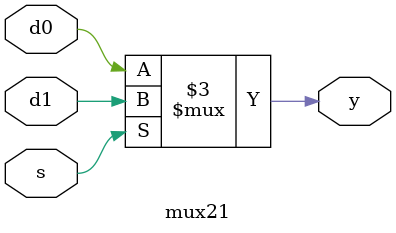
<source format=v>
module mux21 (s,d0,d1,y);
input s,d0,d1;
output y;

wire s,d0,d1;
reg y;

always@(d0 or d1 or s)
 begin
    if(s)
     y = d1;
    else
     y = d0;    
end
endmodule

</source>
